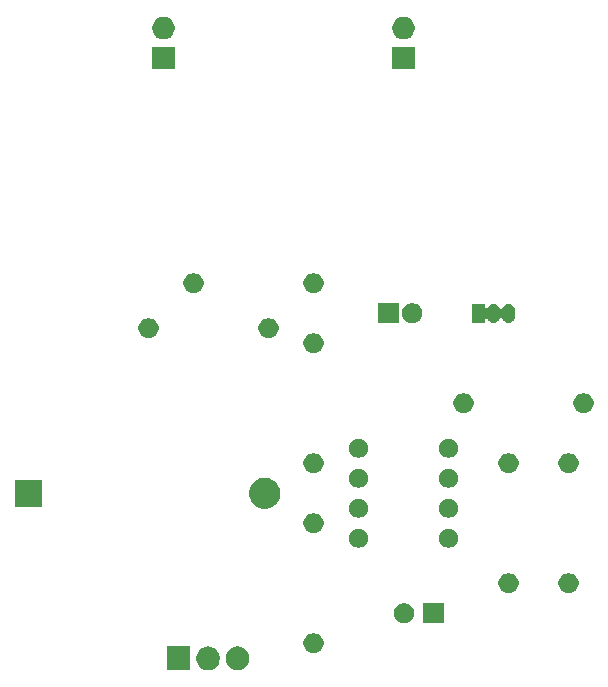
<source format=gbs>
G04 #@! TF.GenerationSoftware,KiCad,Pcbnew,(5.1.5-0-10_14)*
G04 #@! TF.CreationDate,2019-12-18T22:01:42+01:00*
G04 #@! TF.ProjectId,ghost,67686f73-742e-46b6-9963-61645f706362,v1.0.0*
G04 #@! TF.SameCoordinates,Original*
G04 #@! TF.FileFunction,Soldermask,Bot*
G04 #@! TF.FilePolarity,Negative*
%FSLAX46Y46*%
G04 Gerber Fmt 4.6, Leading zero omitted, Abs format (unit mm)*
G04 Created by KiCad (PCBNEW (5.1.5-0-10_14)) date 2019-12-18 22:01:42*
%MOMM*%
%LPD*%
G04 APERTURE LIST*
%ADD10C,0.100000*%
G04 APERTURE END LIST*
D10*
G36*
X149975285Y-122208234D02*
G01*
X150071981Y-122227468D01*
X150254151Y-122302926D01*
X150418100Y-122412473D01*
X150557527Y-122551900D01*
X150667074Y-122715849D01*
X150742532Y-122898019D01*
X150781000Y-123091410D01*
X150781000Y-123288590D01*
X150742532Y-123481981D01*
X150667074Y-123664151D01*
X150557527Y-123828100D01*
X150418100Y-123967527D01*
X150254151Y-124077074D01*
X150071981Y-124152532D01*
X149975285Y-124171766D01*
X149878591Y-124191000D01*
X149681409Y-124191000D01*
X149584715Y-124171766D01*
X149488019Y-124152532D01*
X149305849Y-124077074D01*
X149141900Y-123967527D01*
X149002473Y-123828100D01*
X148892926Y-123664151D01*
X148817468Y-123481981D01*
X148779000Y-123288590D01*
X148779000Y-123091410D01*
X148817468Y-122898019D01*
X148892926Y-122715849D01*
X149002473Y-122551900D01*
X149141900Y-122412473D01*
X149305849Y-122302926D01*
X149488019Y-122227468D01*
X149584715Y-122208234D01*
X149681409Y-122189000D01*
X149878591Y-122189000D01*
X149975285Y-122208234D01*
G37*
G36*
X147475285Y-122208234D02*
G01*
X147571981Y-122227468D01*
X147754151Y-122302926D01*
X147918100Y-122412473D01*
X148057527Y-122551900D01*
X148167074Y-122715849D01*
X148242532Y-122898019D01*
X148281000Y-123091410D01*
X148281000Y-123288590D01*
X148242532Y-123481981D01*
X148167074Y-123664151D01*
X148057527Y-123828100D01*
X147918100Y-123967527D01*
X147754151Y-124077074D01*
X147571981Y-124152532D01*
X147475285Y-124171766D01*
X147378591Y-124191000D01*
X147181409Y-124191000D01*
X147084715Y-124171766D01*
X146988019Y-124152532D01*
X146805849Y-124077074D01*
X146641900Y-123967527D01*
X146502473Y-123828100D01*
X146392926Y-123664151D01*
X146317468Y-123481981D01*
X146279000Y-123288590D01*
X146279000Y-123091410D01*
X146317468Y-122898019D01*
X146392926Y-122715849D01*
X146502473Y-122551900D01*
X146641900Y-122412473D01*
X146805849Y-122302926D01*
X146988019Y-122227468D01*
X147084715Y-122208234D01*
X147181409Y-122189000D01*
X147378591Y-122189000D01*
X147475285Y-122208234D01*
G37*
G36*
X145781000Y-124191000D02*
G01*
X143779000Y-124191000D01*
X143779000Y-122189000D01*
X145781000Y-122189000D01*
X145781000Y-124191000D01*
G37*
G36*
X156458228Y-121101703D02*
G01*
X156613100Y-121165853D01*
X156752481Y-121258985D01*
X156871015Y-121377519D01*
X156964147Y-121516900D01*
X157028297Y-121671772D01*
X157061000Y-121836184D01*
X157061000Y-122003816D01*
X157028297Y-122168228D01*
X156964147Y-122323100D01*
X156871015Y-122462481D01*
X156752481Y-122581015D01*
X156613100Y-122674147D01*
X156458228Y-122738297D01*
X156293816Y-122771000D01*
X156126184Y-122771000D01*
X155961772Y-122738297D01*
X155806900Y-122674147D01*
X155667519Y-122581015D01*
X155548985Y-122462481D01*
X155455853Y-122323100D01*
X155391703Y-122168228D01*
X155359000Y-122003816D01*
X155359000Y-121836184D01*
X155391703Y-121671772D01*
X155455853Y-121516900D01*
X155548985Y-121377519D01*
X155667519Y-121258985D01*
X155806900Y-121165853D01*
X155961772Y-121101703D01*
X156126184Y-121069000D01*
X156293816Y-121069000D01*
X156458228Y-121101703D01*
G37*
G36*
X167221000Y-120231000D02*
G01*
X165519000Y-120231000D01*
X165519000Y-118529000D01*
X167221000Y-118529000D01*
X167221000Y-120231000D01*
G37*
G36*
X164118228Y-118561703D02*
G01*
X164273100Y-118625853D01*
X164412481Y-118718985D01*
X164531015Y-118837519D01*
X164624147Y-118976900D01*
X164688297Y-119131772D01*
X164721000Y-119296184D01*
X164721000Y-119463816D01*
X164688297Y-119628228D01*
X164624147Y-119783100D01*
X164531015Y-119922481D01*
X164412481Y-120041015D01*
X164273100Y-120134147D01*
X164118228Y-120198297D01*
X163953816Y-120231000D01*
X163786184Y-120231000D01*
X163621772Y-120198297D01*
X163466900Y-120134147D01*
X163327519Y-120041015D01*
X163208985Y-119922481D01*
X163115853Y-119783100D01*
X163051703Y-119628228D01*
X163019000Y-119463816D01*
X163019000Y-119296184D01*
X163051703Y-119131772D01*
X163115853Y-118976900D01*
X163208985Y-118837519D01*
X163327519Y-118718985D01*
X163466900Y-118625853D01*
X163621772Y-118561703D01*
X163786184Y-118529000D01*
X163953816Y-118529000D01*
X164118228Y-118561703D01*
G37*
G36*
X178048228Y-116021703D02*
G01*
X178203100Y-116085853D01*
X178342481Y-116178985D01*
X178461015Y-116297519D01*
X178554147Y-116436900D01*
X178618297Y-116591772D01*
X178651000Y-116756184D01*
X178651000Y-116923816D01*
X178618297Y-117088228D01*
X178554147Y-117243100D01*
X178461015Y-117382481D01*
X178342481Y-117501015D01*
X178203100Y-117594147D01*
X178048228Y-117658297D01*
X177883816Y-117691000D01*
X177716184Y-117691000D01*
X177551772Y-117658297D01*
X177396900Y-117594147D01*
X177257519Y-117501015D01*
X177138985Y-117382481D01*
X177045853Y-117243100D01*
X176981703Y-117088228D01*
X176949000Y-116923816D01*
X176949000Y-116756184D01*
X176981703Y-116591772D01*
X177045853Y-116436900D01*
X177138985Y-116297519D01*
X177257519Y-116178985D01*
X177396900Y-116085853D01*
X177551772Y-116021703D01*
X177716184Y-115989000D01*
X177883816Y-115989000D01*
X178048228Y-116021703D01*
G37*
G36*
X172968228Y-116021703D02*
G01*
X173123100Y-116085853D01*
X173262481Y-116178985D01*
X173381015Y-116297519D01*
X173474147Y-116436900D01*
X173538297Y-116591772D01*
X173571000Y-116756184D01*
X173571000Y-116923816D01*
X173538297Y-117088228D01*
X173474147Y-117243100D01*
X173381015Y-117382481D01*
X173262481Y-117501015D01*
X173123100Y-117594147D01*
X172968228Y-117658297D01*
X172803816Y-117691000D01*
X172636184Y-117691000D01*
X172471772Y-117658297D01*
X172316900Y-117594147D01*
X172177519Y-117501015D01*
X172058985Y-117382481D01*
X171965853Y-117243100D01*
X171901703Y-117088228D01*
X171869000Y-116923816D01*
X171869000Y-116756184D01*
X171901703Y-116591772D01*
X171965853Y-116436900D01*
X172058985Y-116297519D01*
X172177519Y-116178985D01*
X172316900Y-116085853D01*
X172471772Y-116021703D01*
X172636184Y-115989000D01*
X172803816Y-115989000D01*
X172968228Y-116021703D01*
G37*
G36*
X160257142Y-112248242D02*
G01*
X160405101Y-112309529D01*
X160538255Y-112398499D01*
X160651501Y-112511745D01*
X160740471Y-112644899D01*
X160801758Y-112792858D01*
X160833000Y-112949925D01*
X160833000Y-113110075D01*
X160801758Y-113267142D01*
X160740471Y-113415101D01*
X160651501Y-113548255D01*
X160538255Y-113661501D01*
X160405101Y-113750471D01*
X160257142Y-113811758D01*
X160100075Y-113843000D01*
X159939925Y-113843000D01*
X159782858Y-113811758D01*
X159634899Y-113750471D01*
X159501745Y-113661501D01*
X159388499Y-113548255D01*
X159299529Y-113415101D01*
X159238242Y-113267142D01*
X159207000Y-113110075D01*
X159207000Y-112949925D01*
X159238242Y-112792858D01*
X159299529Y-112644899D01*
X159388499Y-112511745D01*
X159501745Y-112398499D01*
X159634899Y-112309529D01*
X159782858Y-112248242D01*
X159939925Y-112217000D01*
X160100075Y-112217000D01*
X160257142Y-112248242D01*
G37*
G36*
X167877142Y-112248242D02*
G01*
X168025101Y-112309529D01*
X168158255Y-112398499D01*
X168271501Y-112511745D01*
X168360471Y-112644899D01*
X168421758Y-112792858D01*
X168453000Y-112949925D01*
X168453000Y-113110075D01*
X168421758Y-113267142D01*
X168360471Y-113415101D01*
X168271501Y-113548255D01*
X168158255Y-113661501D01*
X168025101Y-113750471D01*
X167877142Y-113811758D01*
X167720075Y-113843000D01*
X167559925Y-113843000D01*
X167402858Y-113811758D01*
X167254899Y-113750471D01*
X167121745Y-113661501D01*
X167008499Y-113548255D01*
X166919529Y-113415101D01*
X166858242Y-113267142D01*
X166827000Y-113110075D01*
X166827000Y-112949925D01*
X166858242Y-112792858D01*
X166919529Y-112644899D01*
X167008499Y-112511745D01*
X167121745Y-112398499D01*
X167254899Y-112309529D01*
X167402858Y-112248242D01*
X167559925Y-112217000D01*
X167720075Y-112217000D01*
X167877142Y-112248242D01*
G37*
G36*
X156458228Y-110941703D02*
G01*
X156613100Y-111005853D01*
X156752481Y-111098985D01*
X156871015Y-111217519D01*
X156964147Y-111356900D01*
X157028297Y-111511772D01*
X157061000Y-111676184D01*
X157061000Y-111843816D01*
X157028297Y-112008228D01*
X156964147Y-112163100D01*
X156871015Y-112302481D01*
X156752481Y-112421015D01*
X156613100Y-112514147D01*
X156458228Y-112578297D01*
X156293816Y-112611000D01*
X156126184Y-112611000D01*
X155961772Y-112578297D01*
X155806900Y-112514147D01*
X155667519Y-112421015D01*
X155548985Y-112302481D01*
X155455853Y-112163100D01*
X155391703Y-112008228D01*
X155359000Y-111843816D01*
X155359000Y-111676184D01*
X155391703Y-111511772D01*
X155455853Y-111356900D01*
X155548985Y-111217519D01*
X155667519Y-111098985D01*
X155806900Y-111005853D01*
X155961772Y-110941703D01*
X156126184Y-110909000D01*
X156293816Y-110909000D01*
X156458228Y-110941703D01*
G37*
G36*
X167877142Y-109708242D02*
G01*
X168025101Y-109769529D01*
X168158255Y-109858499D01*
X168271501Y-109971745D01*
X168360471Y-110104899D01*
X168421758Y-110252858D01*
X168453000Y-110409925D01*
X168453000Y-110570075D01*
X168421758Y-110727142D01*
X168360471Y-110875101D01*
X168271501Y-111008255D01*
X168158255Y-111121501D01*
X168025101Y-111210471D01*
X167877142Y-111271758D01*
X167720075Y-111303000D01*
X167559925Y-111303000D01*
X167402858Y-111271758D01*
X167254899Y-111210471D01*
X167121745Y-111121501D01*
X167008499Y-111008255D01*
X166919529Y-110875101D01*
X166858242Y-110727142D01*
X166827000Y-110570075D01*
X166827000Y-110409925D01*
X166858242Y-110252858D01*
X166919529Y-110104899D01*
X167008499Y-109971745D01*
X167121745Y-109858499D01*
X167254899Y-109769529D01*
X167402858Y-109708242D01*
X167559925Y-109677000D01*
X167720075Y-109677000D01*
X167877142Y-109708242D01*
G37*
G36*
X160257142Y-109708242D02*
G01*
X160405101Y-109769529D01*
X160538255Y-109858499D01*
X160651501Y-109971745D01*
X160740471Y-110104899D01*
X160801758Y-110252858D01*
X160833000Y-110409925D01*
X160833000Y-110570075D01*
X160801758Y-110727142D01*
X160740471Y-110875101D01*
X160651501Y-111008255D01*
X160538255Y-111121501D01*
X160405101Y-111210471D01*
X160257142Y-111271758D01*
X160100075Y-111303000D01*
X159939925Y-111303000D01*
X159782858Y-111271758D01*
X159634899Y-111210471D01*
X159501745Y-111121501D01*
X159388499Y-111008255D01*
X159299529Y-110875101D01*
X159238242Y-110727142D01*
X159207000Y-110570075D01*
X159207000Y-110409925D01*
X159238242Y-110252858D01*
X159299529Y-110104899D01*
X159388499Y-109971745D01*
X159501745Y-109858499D01*
X159634899Y-109769529D01*
X159782858Y-109708242D01*
X159939925Y-109677000D01*
X160100075Y-109677000D01*
X160257142Y-109708242D01*
G37*
G36*
X152459487Y-107968996D02*
G01*
X152696253Y-108067068D01*
X152696255Y-108067069D01*
X152909339Y-108209447D01*
X153090553Y-108390661D01*
X153218067Y-108581499D01*
X153232932Y-108603747D01*
X153331004Y-108840513D01*
X153381000Y-109091861D01*
X153381000Y-109348139D01*
X153331004Y-109599487D01*
X153260570Y-109769529D01*
X153232931Y-109836255D01*
X153090553Y-110049339D01*
X152909339Y-110230553D01*
X152696255Y-110372931D01*
X152696254Y-110372932D01*
X152696253Y-110372932D01*
X152459487Y-110471004D01*
X152208139Y-110521000D01*
X151951861Y-110521000D01*
X151700513Y-110471004D01*
X151463747Y-110372932D01*
X151463746Y-110372932D01*
X151463745Y-110372931D01*
X151250661Y-110230553D01*
X151069447Y-110049339D01*
X150927069Y-109836255D01*
X150899430Y-109769529D01*
X150828996Y-109599487D01*
X150779000Y-109348139D01*
X150779000Y-109091861D01*
X150828996Y-108840513D01*
X150927068Y-108603747D01*
X150941934Y-108581499D01*
X151069447Y-108390661D01*
X151250661Y-108209447D01*
X151463745Y-108067069D01*
X151463747Y-108067068D01*
X151700513Y-107968996D01*
X151951861Y-107919000D01*
X152208139Y-107919000D01*
X152459487Y-107968996D01*
G37*
G36*
X133216000Y-110356000D02*
G01*
X130944000Y-110356000D01*
X130944000Y-108084000D01*
X133216000Y-108084000D01*
X133216000Y-110356000D01*
G37*
G36*
X167877142Y-107168242D02*
G01*
X168025101Y-107229529D01*
X168158255Y-107318499D01*
X168271501Y-107431745D01*
X168360471Y-107564899D01*
X168421758Y-107712858D01*
X168453000Y-107869925D01*
X168453000Y-108030075D01*
X168421758Y-108187142D01*
X168360471Y-108335101D01*
X168271501Y-108468255D01*
X168158255Y-108581501D01*
X168025101Y-108670471D01*
X167877142Y-108731758D01*
X167720075Y-108763000D01*
X167559925Y-108763000D01*
X167402858Y-108731758D01*
X167254899Y-108670471D01*
X167121745Y-108581501D01*
X167008499Y-108468255D01*
X166919529Y-108335101D01*
X166858242Y-108187142D01*
X166827000Y-108030075D01*
X166827000Y-107869925D01*
X166858242Y-107712858D01*
X166919529Y-107564899D01*
X167008499Y-107431745D01*
X167121745Y-107318499D01*
X167254899Y-107229529D01*
X167402858Y-107168242D01*
X167559925Y-107137000D01*
X167720075Y-107137000D01*
X167877142Y-107168242D01*
G37*
G36*
X160257142Y-107168242D02*
G01*
X160405101Y-107229529D01*
X160538255Y-107318499D01*
X160651501Y-107431745D01*
X160740471Y-107564899D01*
X160801758Y-107712858D01*
X160833000Y-107869925D01*
X160833000Y-108030075D01*
X160801758Y-108187142D01*
X160740471Y-108335101D01*
X160651501Y-108468255D01*
X160538255Y-108581501D01*
X160405101Y-108670471D01*
X160257142Y-108731758D01*
X160100075Y-108763000D01*
X159939925Y-108763000D01*
X159782858Y-108731758D01*
X159634899Y-108670471D01*
X159501745Y-108581501D01*
X159388499Y-108468255D01*
X159299529Y-108335101D01*
X159238242Y-108187142D01*
X159207000Y-108030075D01*
X159207000Y-107869925D01*
X159238242Y-107712858D01*
X159299529Y-107564899D01*
X159388499Y-107431745D01*
X159501745Y-107318499D01*
X159634899Y-107229529D01*
X159782858Y-107168242D01*
X159939925Y-107137000D01*
X160100075Y-107137000D01*
X160257142Y-107168242D01*
G37*
G36*
X178048228Y-105861703D02*
G01*
X178203100Y-105925853D01*
X178342481Y-106018985D01*
X178461015Y-106137519D01*
X178554147Y-106276900D01*
X178618297Y-106431772D01*
X178651000Y-106596184D01*
X178651000Y-106763816D01*
X178618297Y-106928228D01*
X178554147Y-107083100D01*
X178461015Y-107222481D01*
X178342481Y-107341015D01*
X178203100Y-107434147D01*
X178048228Y-107498297D01*
X177883816Y-107531000D01*
X177716184Y-107531000D01*
X177551772Y-107498297D01*
X177396900Y-107434147D01*
X177257519Y-107341015D01*
X177138985Y-107222481D01*
X177045853Y-107083100D01*
X176981703Y-106928228D01*
X176949000Y-106763816D01*
X176949000Y-106596184D01*
X176981703Y-106431772D01*
X177045853Y-106276900D01*
X177138985Y-106137519D01*
X177257519Y-106018985D01*
X177396900Y-105925853D01*
X177551772Y-105861703D01*
X177716184Y-105829000D01*
X177883816Y-105829000D01*
X178048228Y-105861703D01*
G37*
G36*
X172968228Y-105861703D02*
G01*
X173123100Y-105925853D01*
X173262481Y-106018985D01*
X173381015Y-106137519D01*
X173474147Y-106276900D01*
X173538297Y-106431772D01*
X173571000Y-106596184D01*
X173571000Y-106763816D01*
X173538297Y-106928228D01*
X173474147Y-107083100D01*
X173381015Y-107222481D01*
X173262481Y-107341015D01*
X173123100Y-107434147D01*
X172968228Y-107498297D01*
X172803816Y-107531000D01*
X172636184Y-107531000D01*
X172471772Y-107498297D01*
X172316900Y-107434147D01*
X172177519Y-107341015D01*
X172058985Y-107222481D01*
X171965853Y-107083100D01*
X171901703Y-106928228D01*
X171869000Y-106763816D01*
X171869000Y-106596184D01*
X171901703Y-106431772D01*
X171965853Y-106276900D01*
X172058985Y-106137519D01*
X172177519Y-106018985D01*
X172316900Y-105925853D01*
X172471772Y-105861703D01*
X172636184Y-105829000D01*
X172803816Y-105829000D01*
X172968228Y-105861703D01*
G37*
G36*
X156458228Y-105861703D02*
G01*
X156613100Y-105925853D01*
X156752481Y-106018985D01*
X156871015Y-106137519D01*
X156964147Y-106276900D01*
X157028297Y-106431772D01*
X157061000Y-106596184D01*
X157061000Y-106763816D01*
X157028297Y-106928228D01*
X156964147Y-107083100D01*
X156871015Y-107222481D01*
X156752481Y-107341015D01*
X156613100Y-107434147D01*
X156458228Y-107498297D01*
X156293816Y-107531000D01*
X156126184Y-107531000D01*
X155961772Y-107498297D01*
X155806900Y-107434147D01*
X155667519Y-107341015D01*
X155548985Y-107222481D01*
X155455853Y-107083100D01*
X155391703Y-106928228D01*
X155359000Y-106763816D01*
X155359000Y-106596184D01*
X155391703Y-106431772D01*
X155455853Y-106276900D01*
X155548985Y-106137519D01*
X155667519Y-106018985D01*
X155806900Y-105925853D01*
X155961772Y-105861703D01*
X156126184Y-105829000D01*
X156293816Y-105829000D01*
X156458228Y-105861703D01*
G37*
G36*
X160257142Y-104628242D02*
G01*
X160405101Y-104689529D01*
X160538255Y-104778499D01*
X160651501Y-104891745D01*
X160740471Y-105024899D01*
X160801758Y-105172858D01*
X160833000Y-105329925D01*
X160833000Y-105490075D01*
X160801758Y-105647142D01*
X160740471Y-105795101D01*
X160651501Y-105928255D01*
X160538255Y-106041501D01*
X160405101Y-106130471D01*
X160257142Y-106191758D01*
X160100075Y-106223000D01*
X159939925Y-106223000D01*
X159782858Y-106191758D01*
X159634899Y-106130471D01*
X159501745Y-106041501D01*
X159388499Y-105928255D01*
X159299529Y-105795101D01*
X159238242Y-105647142D01*
X159207000Y-105490075D01*
X159207000Y-105329925D01*
X159238242Y-105172858D01*
X159299529Y-105024899D01*
X159388499Y-104891745D01*
X159501745Y-104778499D01*
X159634899Y-104689529D01*
X159782858Y-104628242D01*
X159939925Y-104597000D01*
X160100075Y-104597000D01*
X160257142Y-104628242D01*
G37*
G36*
X167877142Y-104628242D02*
G01*
X168025101Y-104689529D01*
X168158255Y-104778499D01*
X168271501Y-104891745D01*
X168360471Y-105024899D01*
X168421758Y-105172858D01*
X168453000Y-105329925D01*
X168453000Y-105490075D01*
X168421758Y-105647142D01*
X168360471Y-105795101D01*
X168271501Y-105928255D01*
X168158255Y-106041501D01*
X168025101Y-106130471D01*
X167877142Y-106191758D01*
X167720075Y-106223000D01*
X167559925Y-106223000D01*
X167402858Y-106191758D01*
X167254899Y-106130471D01*
X167121745Y-106041501D01*
X167008499Y-105928255D01*
X166919529Y-105795101D01*
X166858242Y-105647142D01*
X166827000Y-105490075D01*
X166827000Y-105329925D01*
X166858242Y-105172858D01*
X166919529Y-105024899D01*
X167008499Y-104891745D01*
X167121745Y-104778499D01*
X167254899Y-104689529D01*
X167402858Y-104628242D01*
X167559925Y-104597000D01*
X167720075Y-104597000D01*
X167877142Y-104628242D01*
G37*
G36*
X169158228Y-100781703D02*
G01*
X169313100Y-100845853D01*
X169452481Y-100938985D01*
X169571015Y-101057519D01*
X169664147Y-101196900D01*
X169728297Y-101351772D01*
X169761000Y-101516184D01*
X169761000Y-101683816D01*
X169728297Y-101848228D01*
X169664147Y-102003100D01*
X169571015Y-102142481D01*
X169452481Y-102261015D01*
X169313100Y-102354147D01*
X169158228Y-102418297D01*
X168993816Y-102451000D01*
X168826184Y-102451000D01*
X168661772Y-102418297D01*
X168506900Y-102354147D01*
X168367519Y-102261015D01*
X168248985Y-102142481D01*
X168155853Y-102003100D01*
X168091703Y-101848228D01*
X168059000Y-101683816D01*
X168059000Y-101516184D01*
X168091703Y-101351772D01*
X168155853Y-101196900D01*
X168248985Y-101057519D01*
X168367519Y-100938985D01*
X168506900Y-100845853D01*
X168661772Y-100781703D01*
X168826184Y-100749000D01*
X168993816Y-100749000D01*
X169158228Y-100781703D01*
G37*
G36*
X179318228Y-100781703D02*
G01*
X179473100Y-100845853D01*
X179612481Y-100938985D01*
X179731015Y-101057519D01*
X179824147Y-101196900D01*
X179888297Y-101351772D01*
X179921000Y-101516184D01*
X179921000Y-101683816D01*
X179888297Y-101848228D01*
X179824147Y-102003100D01*
X179731015Y-102142481D01*
X179612481Y-102261015D01*
X179473100Y-102354147D01*
X179318228Y-102418297D01*
X179153816Y-102451000D01*
X178986184Y-102451000D01*
X178821772Y-102418297D01*
X178666900Y-102354147D01*
X178527519Y-102261015D01*
X178408985Y-102142481D01*
X178315853Y-102003100D01*
X178251703Y-101848228D01*
X178219000Y-101683816D01*
X178219000Y-101516184D01*
X178251703Y-101351772D01*
X178315853Y-101196900D01*
X178408985Y-101057519D01*
X178527519Y-100938985D01*
X178666900Y-100845853D01*
X178821772Y-100781703D01*
X178986184Y-100749000D01*
X179153816Y-100749000D01*
X179318228Y-100781703D01*
G37*
G36*
X156458228Y-95701703D02*
G01*
X156613100Y-95765853D01*
X156752481Y-95858985D01*
X156871015Y-95977519D01*
X156964147Y-96116900D01*
X157028297Y-96271772D01*
X157061000Y-96436184D01*
X157061000Y-96603816D01*
X157028297Y-96768228D01*
X156964147Y-96923100D01*
X156871015Y-97062481D01*
X156752481Y-97181015D01*
X156613100Y-97274147D01*
X156458228Y-97338297D01*
X156293816Y-97371000D01*
X156126184Y-97371000D01*
X155961772Y-97338297D01*
X155806900Y-97274147D01*
X155667519Y-97181015D01*
X155548985Y-97062481D01*
X155455853Y-96923100D01*
X155391703Y-96768228D01*
X155359000Y-96603816D01*
X155359000Y-96436184D01*
X155391703Y-96271772D01*
X155455853Y-96116900D01*
X155548985Y-95977519D01*
X155667519Y-95858985D01*
X155806900Y-95765853D01*
X155961772Y-95701703D01*
X156126184Y-95669000D01*
X156293816Y-95669000D01*
X156458228Y-95701703D01*
G37*
G36*
X142488228Y-94431703D02*
G01*
X142643100Y-94495853D01*
X142782481Y-94588985D01*
X142901015Y-94707519D01*
X142994147Y-94846900D01*
X143058297Y-95001772D01*
X143091000Y-95166184D01*
X143091000Y-95333816D01*
X143058297Y-95498228D01*
X142994147Y-95653100D01*
X142901015Y-95792481D01*
X142782481Y-95911015D01*
X142643100Y-96004147D01*
X142488228Y-96068297D01*
X142323816Y-96101000D01*
X142156184Y-96101000D01*
X141991772Y-96068297D01*
X141836900Y-96004147D01*
X141697519Y-95911015D01*
X141578985Y-95792481D01*
X141485853Y-95653100D01*
X141421703Y-95498228D01*
X141389000Y-95333816D01*
X141389000Y-95166184D01*
X141421703Y-95001772D01*
X141485853Y-94846900D01*
X141578985Y-94707519D01*
X141697519Y-94588985D01*
X141836900Y-94495853D01*
X141991772Y-94431703D01*
X142156184Y-94399000D01*
X142323816Y-94399000D01*
X142488228Y-94431703D01*
G37*
G36*
X152648228Y-94431703D02*
G01*
X152803100Y-94495853D01*
X152942481Y-94588985D01*
X153061015Y-94707519D01*
X153154147Y-94846900D01*
X153218297Y-95001772D01*
X153251000Y-95166184D01*
X153251000Y-95333816D01*
X153218297Y-95498228D01*
X153154147Y-95653100D01*
X153061015Y-95792481D01*
X152942481Y-95911015D01*
X152803100Y-96004147D01*
X152648228Y-96068297D01*
X152483816Y-96101000D01*
X152316184Y-96101000D01*
X152151772Y-96068297D01*
X151996900Y-96004147D01*
X151857519Y-95911015D01*
X151738985Y-95792481D01*
X151645853Y-95653100D01*
X151581703Y-95498228D01*
X151549000Y-95333816D01*
X151549000Y-95166184D01*
X151581703Y-95001772D01*
X151645853Y-94846900D01*
X151738985Y-94707519D01*
X151857519Y-94588985D01*
X151996900Y-94495853D01*
X152151772Y-94431703D01*
X152316184Y-94399000D01*
X152483816Y-94399000D01*
X152648228Y-94431703D01*
G37*
G36*
X164808228Y-93161703D02*
G01*
X164963100Y-93225853D01*
X165102481Y-93318985D01*
X165221015Y-93437519D01*
X165314147Y-93576900D01*
X165378297Y-93731772D01*
X165411000Y-93896184D01*
X165411000Y-94063816D01*
X165378297Y-94228228D01*
X165314147Y-94383100D01*
X165221015Y-94522481D01*
X165102481Y-94641015D01*
X164963100Y-94734147D01*
X164808228Y-94798297D01*
X164643816Y-94831000D01*
X164476184Y-94831000D01*
X164311772Y-94798297D01*
X164156900Y-94734147D01*
X164017519Y-94641015D01*
X163898985Y-94522481D01*
X163805853Y-94383100D01*
X163741703Y-94228228D01*
X163709000Y-94063816D01*
X163709000Y-93896184D01*
X163741703Y-93731772D01*
X163805853Y-93576900D01*
X163898985Y-93437519D01*
X164017519Y-93318985D01*
X164156900Y-93225853D01*
X164311772Y-93161703D01*
X164476184Y-93129000D01*
X164643816Y-93129000D01*
X164808228Y-93161703D01*
G37*
G36*
X163411000Y-94831000D02*
G01*
X161709000Y-94831000D01*
X161709000Y-93129000D01*
X163411000Y-93129000D01*
X163411000Y-94831000D01*
G37*
G36*
X172828015Y-93186973D02*
G01*
X172931879Y-93218479D01*
X172945674Y-93225853D01*
X173027600Y-93269643D01*
X173111501Y-93338499D01*
X173180357Y-93422400D01*
X173216995Y-93490945D01*
X173231521Y-93518121D01*
X173263027Y-93621985D01*
X173271000Y-93702933D01*
X173271000Y-94257067D01*
X173263027Y-94338015D01*
X173231521Y-94441879D01*
X173214654Y-94473435D01*
X173188438Y-94522481D01*
X173180356Y-94537600D01*
X173111501Y-94621501D01*
X173042645Y-94678009D01*
X173027599Y-94690357D01*
X172995491Y-94707519D01*
X172931878Y-94741521D01*
X172828014Y-94773027D01*
X172720000Y-94783666D01*
X172611985Y-94773027D01*
X172508121Y-94741521D01*
X172444509Y-94707519D01*
X172412401Y-94690357D01*
X172399643Y-94679887D01*
X172328499Y-94621501D01*
X172259644Y-94537600D01*
X172251563Y-94522481D01*
X172216086Y-94456109D01*
X172208479Y-94441878D01*
X172204615Y-94429139D01*
X172195239Y-94406503D01*
X172181625Y-94386129D01*
X172164298Y-94368802D01*
X172143923Y-94355188D01*
X172121285Y-94345811D01*
X172097251Y-94341031D01*
X172072747Y-94341031D01*
X172048714Y-94345812D01*
X172026075Y-94355189D01*
X172005701Y-94368803D01*
X171988374Y-94386130D01*
X171974760Y-94406505D01*
X171965388Y-94429131D01*
X171961521Y-94441879D01*
X171944654Y-94473435D01*
X171918438Y-94522481D01*
X171910356Y-94537600D01*
X171841501Y-94621501D01*
X171772645Y-94678009D01*
X171757599Y-94690357D01*
X171725491Y-94707519D01*
X171661878Y-94741521D01*
X171558014Y-94773027D01*
X171450000Y-94783666D01*
X171341985Y-94773027D01*
X171238121Y-94741521D01*
X171174509Y-94707519D01*
X171142401Y-94690357D01*
X171129643Y-94679887D01*
X171058499Y-94621501D01*
X170989644Y-94537600D01*
X170966234Y-94493804D01*
X170952625Y-94473436D01*
X170935298Y-94456109D01*
X170914924Y-94442495D01*
X170892285Y-94433118D01*
X170868252Y-94428337D01*
X170843748Y-94428337D01*
X170819714Y-94433117D01*
X170797076Y-94442494D01*
X170776701Y-94456108D01*
X170759374Y-94473435D01*
X170745760Y-94493809D01*
X170736383Y-94516448D01*
X170731602Y-94540481D01*
X170731000Y-94552734D01*
X170731000Y-94781000D01*
X169629000Y-94781000D01*
X169629000Y-93179000D01*
X170731000Y-93179000D01*
X170731000Y-93407265D01*
X170733402Y-93431651D01*
X170740515Y-93455100D01*
X170752066Y-93476711D01*
X170767611Y-93495653D01*
X170786553Y-93511198D01*
X170808164Y-93522749D01*
X170831613Y-93529862D01*
X170855999Y-93532264D01*
X170880385Y-93529862D01*
X170903834Y-93522749D01*
X170925445Y-93511198D01*
X170944387Y-93495653D01*
X170959932Y-93476711D01*
X170966239Y-93466188D01*
X170989644Y-93422399D01*
X171058500Y-93338499D01*
X171142401Y-93269643D01*
X171224327Y-93225853D01*
X171238122Y-93218479D01*
X171341986Y-93186973D01*
X171450000Y-93176334D01*
X171558015Y-93186973D01*
X171661879Y-93218479D01*
X171675674Y-93225853D01*
X171757600Y-93269643D01*
X171841501Y-93338499D01*
X171910357Y-93422400D01*
X171946995Y-93490945D01*
X171961521Y-93518121D01*
X171965388Y-93530869D01*
X171974760Y-93553496D01*
X171988374Y-93573870D01*
X172005701Y-93591197D01*
X172026075Y-93604811D01*
X172048714Y-93614188D01*
X172072747Y-93618969D01*
X172097251Y-93618969D01*
X172121285Y-93614189D01*
X172143924Y-93604812D01*
X172164298Y-93591198D01*
X172181625Y-93573871D01*
X172195239Y-93553497D01*
X172204617Y-93530857D01*
X172204919Y-93529862D01*
X172208480Y-93518121D01*
X172208481Y-93518118D01*
X172259643Y-93422401D01*
X172328500Y-93338499D01*
X172412401Y-93269643D01*
X172494327Y-93225853D01*
X172508122Y-93218479D01*
X172611986Y-93186973D01*
X172720000Y-93176334D01*
X172828015Y-93186973D01*
G37*
G36*
X156458228Y-90621703D02*
G01*
X156613100Y-90685853D01*
X156752481Y-90778985D01*
X156871015Y-90897519D01*
X156964147Y-91036900D01*
X157028297Y-91191772D01*
X157061000Y-91356184D01*
X157061000Y-91523816D01*
X157028297Y-91688228D01*
X156964147Y-91843100D01*
X156871015Y-91982481D01*
X156752481Y-92101015D01*
X156613100Y-92194147D01*
X156458228Y-92258297D01*
X156293816Y-92291000D01*
X156126184Y-92291000D01*
X155961772Y-92258297D01*
X155806900Y-92194147D01*
X155667519Y-92101015D01*
X155548985Y-91982481D01*
X155455853Y-91843100D01*
X155391703Y-91688228D01*
X155359000Y-91523816D01*
X155359000Y-91356184D01*
X155391703Y-91191772D01*
X155455853Y-91036900D01*
X155548985Y-90897519D01*
X155667519Y-90778985D01*
X155806900Y-90685853D01*
X155961772Y-90621703D01*
X156126184Y-90589000D01*
X156293816Y-90589000D01*
X156458228Y-90621703D01*
G37*
G36*
X146298228Y-90621703D02*
G01*
X146453100Y-90685853D01*
X146592481Y-90778985D01*
X146711015Y-90897519D01*
X146804147Y-91036900D01*
X146868297Y-91191772D01*
X146901000Y-91356184D01*
X146901000Y-91523816D01*
X146868297Y-91688228D01*
X146804147Y-91843100D01*
X146711015Y-91982481D01*
X146592481Y-92101015D01*
X146453100Y-92194147D01*
X146298228Y-92258297D01*
X146133816Y-92291000D01*
X145966184Y-92291000D01*
X145801772Y-92258297D01*
X145646900Y-92194147D01*
X145507519Y-92101015D01*
X145388985Y-91982481D01*
X145295853Y-91843100D01*
X145231703Y-91688228D01*
X145199000Y-91523816D01*
X145199000Y-91356184D01*
X145231703Y-91191772D01*
X145295853Y-91036900D01*
X145388985Y-90897519D01*
X145507519Y-90778985D01*
X145646900Y-90685853D01*
X145801772Y-90621703D01*
X145966184Y-90589000D01*
X146133816Y-90589000D01*
X146298228Y-90621703D01*
G37*
G36*
X164781000Y-73341000D02*
G01*
X162879000Y-73341000D01*
X162879000Y-71439000D01*
X164781000Y-71439000D01*
X164781000Y-73341000D01*
G37*
G36*
X144461000Y-73341000D02*
G01*
X142559000Y-73341000D01*
X142559000Y-71439000D01*
X144461000Y-71439000D01*
X144461000Y-73341000D01*
G37*
G36*
X164107395Y-68935546D02*
G01*
X164280466Y-69007234D01*
X164280467Y-69007235D01*
X164436227Y-69111310D01*
X164568690Y-69243773D01*
X164568691Y-69243775D01*
X164672766Y-69399534D01*
X164744454Y-69572605D01*
X164781000Y-69756333D01*
X164781000Y-69943667D01*
X164744454Y-70127395D01*
X164672766Y-70300466D01*
X164672765Y-70300467D01*
X164568690Y-70456227D01*
X164436227Y-70588690D01*
X164357818Y-70641081D01*
X164280466Y-70692766D01*
X164107395Y-70764454D01*
X163923667Y-70801000D01*
X163736333Y-70801000D01*
X163552605Y-70764454D01*
X163379534Y-70692766D01*
X163302182Y-70641081D01*
X163223773Y-70588690D01*
X163091310Y-70456227D01*
X162987235Y-70300467D01*
X162987234Y-70300466D01*
X162915546Y-70127395D01*
X162879000Y-69943667D01*
X162879000Y-69756333D01*
X162915546Y-69572605D01*
X162987234Y-69399534D01*
X163091309Y-69243775D01*
X163091310Y-69243773D01*
X163223773Y-69111310D01*
X163379533Y-69007235D01*
X163379534Y-69007234D01*
X163552605Y-68935546D01*
X163736333Y-68899000D01*
X163923667Y-68899000D01*
X164107395Y-68935546D01*
G37*
G36*
X143787395Y-68935546D02*
G01*
X143960466Y-69007234D01*
X143960467Y-69007235D01*
X144116227Y-69111310D01*
X144248690Y-69243773D01*
X144248691Y-69243775D01*
X144352766Y-69399534D01*
X144424454Y-69572605D01*
X144461000Y-69756333D01*
X144461000Y-69943667D01*
X144424454Y-70127395D01*
X144352766Y-70300466D01*
X144352765Y-70300467D01*
X144248690Y-70456227D01*
X144116227Y-70588690D01*
X144037818Y-70641081D01*
X143960466Y-70692766D01*
X143787395Y-70764454D01*
X143603667Y-70801000D01*
X143416333Y-70801000D01*
X143232605Y-70764454D01*
X143059534Y-70692766D01*
X142982182Y-70641081D01*
X142903773Y-70588690D01*
X142771310Y-70456227D01*
X142667235Y-70300467D01*
X142667234Y-70300466D01*
X142595546Y-70127395D01*
X142559000Y-69943667D01*
X142559000Y-69756333D01*
X142595546Y-69572605D01*
X142667234Y-69399534D01*
X142771309Y-69243775D01*
X142771310Y-69243773D01*
X142903773Y-69111310D01*
X143059533Y-69007235D01*
X143059534Y-69007234D01*
X143232605Y-68935546D01*
X143416333Y-68899000D01*
X143603667Y-68899000D01*
X143787395Y-68935546D01*
G37*
M02*

</source>
